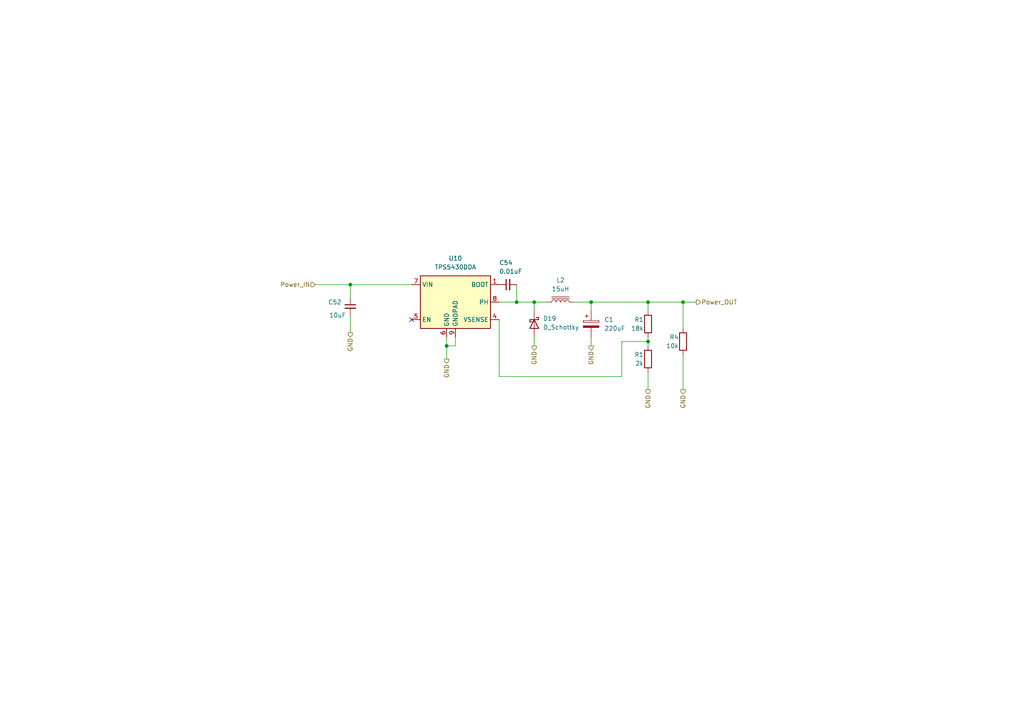
<source format=kicad_sch>
(kicad_sch (version 20230121) (generator eeschema)
  (paper "A4")
  (lib_symbols
    (symbol "Device:C_Polarized" (pin_numbers hide) (pin_names (offset 0.254))
      (property "Reference" "C" (at 0.635 2.54 0))
      (property "Value" "C_Polarized" (at 0.635 -2.54 0))
      (symbol "C_Polarized_0_1"
        (rectangle (start -2.286 0.508) (end 2.286 1.016))
        (polyline (pts (xy -1.778 2.286) (xy -0.762 2.286)))
        (polyline (pts (xy -1.27 2.794) (xy -1.27 1.778)))
        (rectangle (start 2.286 -0.508) (end -2.286 -1.016) (fill (type outline)))
      )
      (symbol "C_Polarized_1_1"
        (pin passive line (at 0 3.81 270) (length 2.794) (name "~") (number "1"))
        (pin passive line (at 0 -3.81 90) (length 2.794) (name "~") (number "2"))
      )
    )
    (symbol "Device:C_Small" (pin_numbers hide) (pin_names (offset 0.254) hide)
      (property "Reference" "C" (at 0.254 1.778 0))
      (property "Value" "C_Small" (at 0.254 -2.032 0))
      (symbol "C_Small_0_1"
        (polyline (pts (xy -1.524 -0.508) (xy 1.524 -0.508)) (stroke (width 0.3302)))
        (polyline (pts (xy -1.524 0.508) (xy 1.524 0.508)) (stroke (width 0.3048)))
      )
      (symbol "C_Small_1_1"
        (pin passive line (at 0 2.54 270) (length 2.032) (name "~") (number "1"))
        (pin passive line (at 0 -2.54 90) (length 2.032) (name "~") (number "2"))
      )
    )
    (symbol "Device:D_Schottky" (pin_numbers hide) (pin_names (offset 1.016) hide)
      (property "Reference" "D" (at 0 2.54 0))
      (property "Value" "D_Schottky" (at 0 -2.54 0))
      (symbol "D_Schottky_0_1"
        (polyline (pts (xy 1.27 0) (xy -1.27 0)))
        (polyline (pts (xy 1.27 1.27) (xy 1.27 -1.27) (xy -1.27 0) (xy 1.27 1.27)) (stroke (width 0.254)))
        (polyline (pts (xy -1.905 0.635) (xy -1.905 1.27) (xy -1.27 1.27) (xy -1.27 -1.27) (xy -0.635 -1.27) (xy -0.635 -0.635)) (stroke (width 0.254)))
      )
      (symbol "D_Schottky_1_1"
        (pin passive line (at -3.81 0 0) (length 2.54) (name "K") (number "1"))
        (pin passive line (at 3.81 0 180) (length 2.54) (name "A") (number "2"))
      )
    )
    (symbol "Device:L_Iron" (pin_numbers hide) (pin_names (offset 1.016) hide)
      (property "Reference" "L" (at -1.27 0 90))
      (property "Value" "L_Iron" (at 2.794 0 90))
      (symbol "L_Iron_0_1"
        (arc (start 0 -2.54) (mid 0.6323 -1.905) (end 0 -1.27))
        (arc (start 0 -1.27) (mid 0.6323 -0.635) (end 0 0))
        (polyline (pts (xy 1.016 2.54) (xy 1.016 -2.54)))
        (polyline (pts (xy 1.524 -2.54) (xy 1.524 2.54)))
        (arc (start 0 0) (mid 0.6323 0.635) (end 0 1.27))
        (arc (start 0 1.27) (mid 0.6323 1.905) (end 0 2.54))
      )
      (symbol "L_Iron_1_1"
        (pin passive line (at 0 3.81 270) (length 1.27) (name "1") (number "1"))
        (pin passive line (at 0 -3.81 90) (length 1.27) (name "2") (number "2"))
      )
    )
    (symbol "Device:R" (pin_numbers hide) (pin_names (offset 0))
      (property "Reference" "R" (at 2.032 0 90))
      (property "Value" "R" (at 0 0 90))
      (symbol "R_0_1"
        (rectangle (start -1.016 -2.54) (end 1.016 2.54) (stroke (width 0.254)))
      )
      (symbol "R_1_1"
        (pin passive line (at 0 3.81 270) (length 1.27) (name "~") (number "1"))
        (pin passive line (at 0 -3.81 90) (length 1.27) (name "~") (number "2"))
      )
    )
    (symbol "Regulator_Switching:TPS5430DDA"
      (property "Reference" "U" (at -10.16 8.89 0))
      (property "Value" "TPS5430DDA" (at -1.27 8.89 0))
      (symbol "TPS5430DDA_0_1"
        (rectangle (start -10.16 7.62) (end 10.16 -7.62) (stroke (width 0.254)) (fill (type background)))
      )
      (symbol "TPS5430DDA_1_1"
        (pin input line (at 12.7 5.08 180) (length 2.54) (name "BOOT") (number "1"))
        (pin no_connect line (at -10.16 2.54 0) (length 2.54) hide (name "NC") (number "2"))
        (pin no_connect line (at -10.16 -2.54 0) (length 2.54) hide (name "NC") (number "3"))
        (pin input line (at 12.7 -5.08 180) (length 2.54) (name "VSENSE") (number "4"))
        (pin input line (at -12.7 -5.08 0) (length 2.54) (name "EN") (number "5"))
        (pin power_in line (at -2.54 -10.16 90) (length 2.54) (name "GND") (number "6"))
        (pin power_in line (at -12.7 5.08 0) (length 2.54) (name "VIN") (number "7"))
        (pin output line (at 12.7 0 180) (length 2.54) (name "PH") (number "8"))
        (pin power_in line (at 0 -10.16 90) (length 2.54) (name "GNDPAD") (number "9"))
      )
    )
  )
  (junction (at 171.45 87.63))
  (junction (at 101.6 82.55))
  (junction (at 187.96 99.06))
  (junction (at 154.94 87.63))
  (junction (at 198.12 87.63))
  (junction (at 187.96 87.63))
  (junction (at 129.54 100.33))
  (junction (at 149.86 87.63))
  (no_connect (at 119.38 92.71))
  (wire (pts (xy 198.12 87.63) (xy 198.12 95.25)))
  (wire (pts (xy 187.96 90.17) (xy 187.96 87.63)))
  (wire (pts (xy 101.6 91.44) (xy 101.6 96.52)))
  (wire (pts (xy 180.34 109.22) (xy 144.78 109.22)))
  (wire (pts (xy 171.45 87.63) (xy 187.96 87.63)))
  (wire (pts (xy 187.96 97.79) (xy 187.96 99.06)))
  (wire (pts (xy 187.96 87.63) (xy 198.12 87.63)))
  (wire (pts (xy 171.45 97.79) (xy 171.45 100.33)))
  (wire (pts (xy 166.37 87.63) (xy 171.45 87.63)))
  (wire (pts (xy 187.96 107.95) (xy 187.96 113.03)))
  (wire (pts (xy 180.34 109.22) (xy 180.34 99.06)))
  (wire (pts (xy 129.54 100.33) (xy 132.08 100.33)))
  (wire (pts (xy 129.54 100.33) (xy 129.54 104.14)))
  (wire (pts (xy 198.12 102.87) (xy 198.12 113.03)))
  (wire (pts (xy 180.34 99.06) (xy 187.96 99.06)))
  (wire (pts (xy 198.12 87.63) (xy 201.93 87.63)))
  (wire (pts (xy 144.78 87.63) (xy 149.86 87.63)))
  (wire (pts (xy 101.6 82.55) (xy 101.6 86.36)))
  (wire (pts (xy 149.86 82.55) (xy 149.86 87.63)))
  (wire (pts (xy 154.94 87.63) (xy 158.75 87.63)))
  (wire (pts (xy 91.44 82.55) (xy 101.6 82.55)))
  (wire (pts (xy 144.78 92.71) (xy 144.78 109.22)))
  (wire (pts (xy 132.08 97.79) (xy 132.08 100.33)))
  (wire (pts (xy 129.54 97.79) (xy 129.54 100.33)))
  (wire (pts (xy 149.86 87.63) (xy 154.94 87.63)))
  (wire (pts (xy 171.45 90.17) (xy 171.45 87.63)))
  (wire (pts (xy 101.6 82.55) (xy 119.38 82.55)))
  (wire (pts (xy 154.94 87.63) (xy 154.94 90.17)))
  (wire (pts (xy 154.94 97.79) (xy 154.94 100.33)))
  (wire (pts (xy 187.96 99.06) (xy 187.96 100.33)))
  (hierarchical_label "Power_IN" (shape input) (at 91.44 82.55 180))
  (hierarchical_label "GND" (shape output) (at 187.96 113.03 270))
  (hierarchical_label "GND" (shape output) (at 171.45 100.33 270))
  (hierarchical_label "Power_OUT" (shape output) (at 201.93 87.63 0))
  (hierarchical_label "GND" (shape output) (at 198.12 113.03 270))
  (hierarchical_label "GND" (shape output) (at 154.94 100.33 270))
  (hierarchical_label "GND" (shape output) (at 101.6 96.52 270))
  (hierarchical_label "GND" (shape output) (at 129.54 104.14 270))
  (symbol (lib_id "Device:C_Small") (at 147.32 82.55 90) (mirror x) (unit 1)
    (property "Reference" "C54" (at 144.78 76.2 90) (effects (justify right)))
    (property "Value" "0.01uF" (at 144.78 78.74 90) (effects (justify right)))
    (property "Footprint" "Capacitor_SMD:C_0603_1608Metric" (effects hide))
    (property "LCSC" "C57112" (effects hide))
    (instances (project "schematic_MD" (path "" (reference "C54") (unit 1)) (path "" (reference "C60") (unit 1))))
  )
  (symbol (lib_id "Device:L_Iron") (at 162.56 87.63 90) (unit 1)
    (property "Reference" "L2" (at 162.56 81.28 90))
    (property "Value" "15uH" (at 162.56 83.82 90))
    (property "Footprint" "Inductor_SMD:L_Sunlord_SWPA5040S" (effects hide))
    (property "LCSC" "C44888" (effects hide))
    (instances (project "schematic_MD" (path "" (reference "L2") (unit 1)) (path "" (reference "L3") (unit 1))))
  )
  (symbol (lib_id "Device:C_Small") (at 101.6 88.9 0) (unit 1)
    (property "Reference" "C52" (at 99.06 87.6363 0) (effects (justify right)))
    (property "Value" "10uF" (at 100.33 91.44 0) (effects (justify right)))
    (property "Footprint" "Capacitor_SMD:C_0805_2012Metric" (effects hide))
    (property "LCSC" "C440198" (effects hide))
    (instances (project "schematic_MD" (path "" (reference "C52") (unit 1)) (path "" (reference "C59") (unit 1))))
  )
  (symbol (lib_id "Device:R") (at 198.12 99.06 0) (unit 1)
    (property "Reference" "R4" (at 196.85 97.79 0) (effects (justify right)))
    (property "Value" "10k" (at 196.85 100.33 0) (effects (justify right)))
    (property "Footprint" "Resistor_SMD:R_1206_3216Metric" (effects hide))
    (property "LCSC" "C17902" (effects hide))
    (instances (project "schematic_MD" (path "" (reference "R4") (unit 1)) (path "" (reference "R70") (unit 1)) (path "" (reference "R71") (unit 1))))
  )
  (symbol (lib_id "Device:D_Schottky") (at 154.94 93.98 270) (unit 1)
    (property "Reference" "D19" (at 157.48 92.3925 90) (effects (justify left)))
    (property "Value" "D_Schottky" (at 157.48 94.9325 90) (effects (justify left)))
    (property "Footprint" "Diode_SMD:D_SOD-123F" (effects hide))
    (property "LCSC" "C22466347" (effects hide))
    (instances (project "schematic_MD" (path "" (reference "D19") (unit 1)) (path "" (reference "D20") (unit 1))))
  )
  (symbol (lib_id "Device:C_Polarized") (at 171.45 93.98 0) (unit 1) (in_bom no)
    (property "Reference" "C1" (at 175.26 92.71 0) (effects (justify left)))
    (property "Value" "220uF" (at 175.26 95.25 0) (effects (justify left)))
    (property "Footprint" "Capacitor_THT:CP_Radial_D8.0mm_P3.50mm" (effects hide))
    (instances (project "schematic_MD" (path "" (reference "C1") (unit 1)) (path "" (reference "C53") (unit 1)) (path "" (reference "C61") (unit 1))))
  )
  (symbol (lib_id "Device:R") (at 187.96 104.14 0) (unit 1)
    (property "Reference" "R1" (at 186.69 102.87 0) (effects (justify right)))
    (property "Value" "2k" (at 186.69 105.41 0) (effects (justify right)))
    (property "Footprint" "Resistor_SMD:R_0402_1005Metric" (effects hide))
    (property "LCSC" "C4109" (effects hide))
    (instances (project "schematic_MD" (path "" (reference "R1") (unit 1)) (path "" (reference "R50") (unit 1)) (path "" (reference "R63") (unit 1))))
  )
  (symbol (lib_id "Device:R") (at 187.96 93.98 0) (unit 1)
    (property "Reference" "R1" (at 186.69 92.71 0) (effects (justify right)))
    (property "Value" "18k" (at 186.69 95.25 0) (effects (justify right)))
    (property "Footprint" "Resistor_SMD:R_0402_1005Metric" (effects hide))
    (property "LCSC" "C25762" (effects hide))
    (instances (project "schematic_MD" (path "" (reference "R1") (unit 1)) (path "" (reference "R49") (unit 1)) (path "" (reference "R62") (unit 1))))
  )
  (symbol (lib_id "Regulator_Switching:TPS5430DDA") (at 132.08 87.63 0) (unit 1)
    (property "Reference" "U10" (at 132.08 74.93 0))
    (property "Value" "TPS5430DDA" (at 132.08 77.47 0))
    (property "Footprint" "Package_SO:TI_SO-PowerPAD-8_ThermalVias" (effects hide))
    (property "Datasheet" "http://www.ti.com/lit/ds/symlink/tps5430.pdf" (effects hide))
    (property "LCSC" "C9864" (effects hide))
  )
)
</source>
